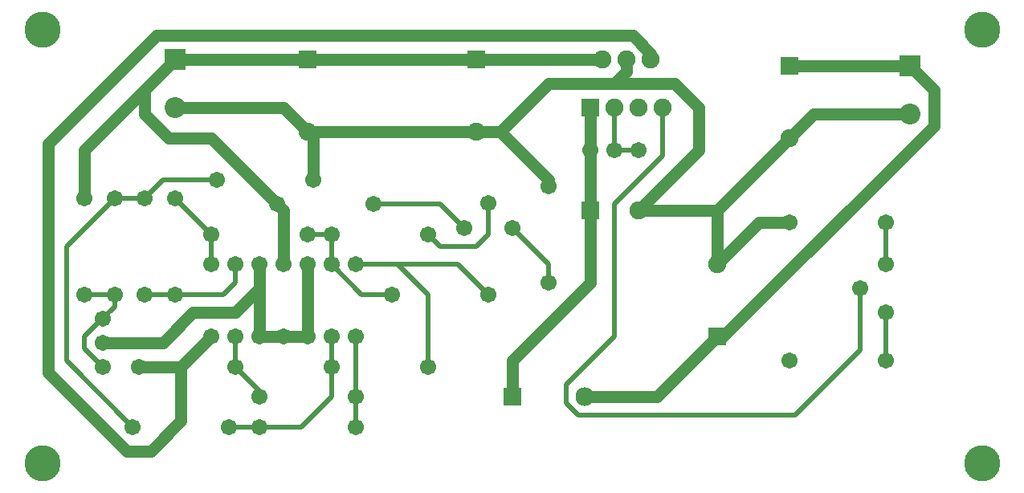
<source format=gbr>
G04 #@! TF.FileFunction,Copper,L2,Bot,Signal*
%FSLAX46Y46*%
G04 Gerber Fmt 4.6, Leading zero omitted, Abs format (unit mm)*
G04 Created by KiCad (PCBNEW 4.0.1-stable) date 12/26/16 04:16:57*
%MOMM*%
G01*
G04 APERTURE LIST*
%ADD10C,0.100000*%
%ADD11R,1.916000X1.916000*%
%ADD12C,1.916000*%
%ADD13C,1.716000*%
%ADD14R,1.962000X1.962000*%
%ADD15C,1.962000*%
%ADD16R,2.216000X2.216000*%
%ADD17C,2.216000*%
%ADD18C,3.800000*%
%ADD19C,1.270000*%
%ADD20C,0.508000*%
G04 APERTURE END LIST*
D10*
D11*
X147320000Y-104775000D03*
D12*
X147320000Y-112395000D03*
D11*
X129540000Y-104775000D03*
D12*
X129540000Y-112395000D03*
D13*
X159385000Y-114300000D03*
X161925000Y-114300000D03*
X164465000Y-114300000D03*
D11*
X172720000Y-133985000D03*
D12*
X172720000Y-126365000D03*
D11*
X180340000Y-105410000D03*
D12*
X180340000Y-113030000D03*
D11*
X159385000Y-120650000D03*
D12*
X164465000Y-120650000D03*
D14*
X151130000Y-140335000D03*
D15*
X158750000Y-140335000D03*
D13*
X146050000Y-122555000D03*
X148590000Y-119888000D03*
X151130000Y-122555000D03*
X190500000Y-131445000D03*
X187833000Y-128905000D03*
X190500000Y-126365000D03*
X126365000Y-120015000D03*
X136525000Y-120015000D03*
X154940000Y-118110000D03*
X154940000Y-128270000D03*
X180340000Y-136525000D03*
X190500000Y-136525000D03*
X190500000Y-121920000D03*
X180340000Y-121920000D03*
X106045000Y-129540000D03*
X106045000Y-119380000D03*
X109220000Y-119380000D03*
X109220000Y-129540000D03*
X130175000Y-117475000D03*
X120015000Y-117475000D03*
X112395000Y-119380000D03*
X112395000Y-129540000D03*
X115570000Y-129540000D03*
X115570000Y-119380000D03*
X142240000Y-123190000D03*
X132080000Y-123190000D03*
X119380000Y-123190000D03*
X129540000Y-123190000D03*
X138430000Y-129540000D03*
X148590000Y-129540000D03*
X142240000Y-137160000D03*
X132080000Y-137160000D03*
X111125000Y-143510000D03*
X121285000Y-143510000D03*
X124460000Y-143510000D03*
X134620000Y-143510000D03*
X134620000Y-140335000D03*
X124460000Y-140335000D03*
X121920000Y-137160000D03*
X111760000Y-137160000D03*
D16*
X115570000Y-104775000D03*
D17*
X115570000Y-109855000D03*
D16*
X193040000Y-105410000D03*
D17*
X193040000Y-110490000D03*
D12*
X161925000Y-109855000D03*
D11*
X159385000Y-109855000D03*
D12*
X164465000Y-109855000D03*
X167005000Y-109855000D03*
X165735000Y-104775000D03*
X163195000Y-104775000D03*
X160655000Y-104775000D03*
D13*
X107950000Y-134620000D03*
X107950000Y-132080000D03*
X107950000Y-137160000D03*
X134620000Y-126365000D03*
X132080000Y-126365000D03*
X129540000Y-126365000D03*
X127000000Y-126365000D03*
X124460000Y-126365000D03*
X121920000Y-126365000D03*
X119380000Y-126365000D03*
X119380000Y-133985000D03*
X121920000Y-133985000D03*
X124460000Y-133985000D03*
X127000000Y-133985000D03*
X129540000Y-133985000D03*
X132080000Y-133985000D03*
X134620000Y-133985000D03*
D18*
X200660000Y-101600000D03*
X101600000Y-101600000D03*
X101600000Y-147320000D03*
X200660000Y-147320000D03*
D19*
X126365000Y-120015000D02*
X123825000Y-117475000D01*
X129540000Y-104775000D02*
X132715000Y-104775000D01*
X106045000Y-119380000D02*
X106045000Y-114300000D01*
X106045000Y-114300000D02*
X112395000Y-107950000D01*
X127000000Y-126365000D02*
X127000000Y-120650000D01*
X127000000Y-120650000D02*
X123825000Y-117475000D01*
X123825000Y-117475000D02*
X120650000Y-114300000D01*
X120650000Y-114300000D02*
X119380000Y-113030000D01*
X112395000Y-107950000D02*
X115570000Y-104775000D01*
X112395000Y-110490000D02*
X112395000Y-107950000D01*
X114935000Y-113030000D02*
X112395000Y-110490000D01*
X119380000Y-113030000D02*
X114935000Y-113030000D01*
X127000000Y-120650000D02*
X119380000Y-113030000D01*
X115570000Y-104775000D02*
X129540000Y-104775000D01*
X132715000Y-104775000D02*
X147320000Y-104775000D01*
X147320000Y-104775000D02*
X160655000Y-104775000D01*
X180340000Y-121920000D02*
X177165000Y-121920000D01*
X177165000Y-121920000D02*
X172720000Y-126365000D01*
X164465000Y-120650000D02*
X172720000Y-120650000D01*
X172720000Y-126365000D02*
X172720000Y-120650000D01*
X172720000Y-120650000D02*
X180340000Y-113030000D01*
X193040000Y-110490000D02*
X182880000Y-110490000D01*
X182880000Y-110490000D02*
X180340000Y-113030000D01*
X164465000Y-120650000D02*
X170815000Y-114300000D01*
X168275000Y-107315000D02*
X161925000Y-107315000D01*
X170815000Y-109855000D02*
X168275000Y-107315000D01*
X170815000Y-114300000D02*
X170815000Y-109855000D01*
X130175000Y-117475000D02*
X130175000Y-113030000D01*
X130175000Y-113030000D02*
X129540000Y-112395000D01*
X107950000Y-134620000D02*
X114300000Y-134620000D01*
X121920000Y-131445000D02*
X124460000Y-128905000D01*
X117475000Y-131445000D02*
X121920000Y-131445000D01*
X114300000Y-134620000D02*
X117475000Y-131445000D01*
X147320000Y-112395000D02*
X149860000Y-112395000D01*
X154940000Y-118110000D02*
X154940000Y-117475000D01*
X154940000Y-117475000D02*
X153670000Y-116205000D01*
X154940000Y-117475000D02*
X153670000Y-116205000D01*
X153670000Y-116205000D02*
X149860000Y-112395000D01*
X129540000Y-126365000D02*
X129540000Y-133985000D01*
X129540000Y-133985000D02*
X127000000Y-133985000D01*
X127000000Y-133985000D02*
X124460000Y-133985000D01*
X124460000Y-133985000D02*
X124460000Y-128905000D01*
X124460000Y-128905000D02*
X124460000Y-126365000D01*
X115570000Y-109855000D02*
X127000000Y-109855000D01*
X127000000Y-109855000D02*
X129540000Y-112395000D01*
X129540000Y-112395000D02*
X149860000Y-112395000D01*
X154940000Y-107315000D02*
X161925000Y-107315000D01*
X149860000Y-112395000D02*
X154940000Y-107315000D01*
X161925000Y-107315000D02*
X163195000Y-106045000D01*
X163195000Y-106045000D02*
X163195000Y-104775000D01*
X151130000Y-140335000D02*
X151130000Y-136525000D01*
X159385000Y-128270000D02*
X159385000Y-120650000D01*
X151130000Y-136525000D02*
X159385000Y-128270000D01*
X159385000Y-109855000D02*
X159385000Y-114300000D01*
X159385000Y-114300000D02*
X159385000Y-120650000D01*
D20*
X164465000Y-114300000D02*
X161925000Y-114300000D01*
X161925000Y-114300000D02*
X161925000Y-109855000D01*
D19*
X158750000Y-140335000D02*
X166370000Y-140335000D01*
X166370000Y-140335000D02*
X172720000Y-133985000D01*
X172720000Y-133985000D02*
X173355000Y-133985000D01*
X173355000Y-133985000D02*
X195580000Y-111760000D01*
X195580000Y-111760000D02*
X195580000Y-107950000D01*
X195580000Y-107950000D02*
X193040000Y-105410000D01*
X180340000Y-105410000D02*
X193040000Y-105410000D01*
D20*
X136525000Y-120015000D02*
X143510000Y-120015000D01*
X143510000Y-120015000D02*
X146050000Y-122555000D01*
X148590000Y-119888000D02*
X148590000Y-123190000D01*
X143510000Y-124460000D02*
X142240000Y-123190000D01*
X147320000Y-124460000D02*
X143510000Y-124460000D01*
X148590000Y-123190000D02*
X147320000Y-124460000D01*
X154940000Y-128270000D02*
X154940000Y-126365000D01*
X154940000Y-126365000D02*
X151130000Y-122555000D01*
X190500000Y-131445000D02*
X190500000Y-136525000D01*
X167005000Y-109855000D02*
X167005000Y-114935000D01*
X187833000Y-135382000D02*
X187833000Y-128905000D01*
X180975000Y-142240000D02*
X187833000Y-135382000D01*
X158115000Y-142240000D02*
X180975000Y-142240000D01*
X156845000Y-140970000D02*
X158115000Y-142240000D01*
X156845000Y-139065000D02*
X156845000Y-140970000D01*
X161925000Y-133985000D02*
X156845000Y-139065000D01*
X161925000Y-120015000D02*
X161925000Y-133985000D01*
X167005000Y-114935000D02*
X161925000Y-120015000D01*
X190500000Y-126365000D02*
X190500000Y-121920000D01*
X107950000Y-132080000D02*
X107315000Y-132715000D01*
X107950000Y-137160000D02*
X106680000Y-135890000D01*
X106045000Y-129540000D02*
X109220000Y-129540000D01*
X106680000Y-135890000D02*
X106045000Y-135255000D01*
X109220000Y-130810000D02*
X109220000Y-129540000D01*
X106045000Y-133985000D02*
X107315000Y-132715000D01*
X107315000Y-132715000D02*
X109220000Y-130810000D01*
X106045000Y-135255000D02*
X106045000Y-133985000D01*
X111125000Y-143510000D02*
X104140000Y-136525000D01*
X104140000Y-124460000D02*
X109220000Y-119380000D01*
X104140000Y-136525000D02*
X104140000Y-124460000D01*
X120015000Y-117475000D02*
X114300000Y-117475000D01*
X114300000Y-117475000D02*
X112395000Y-119380000D01*
X109220000Y-119380000D02*
X112395000Y-119380000D01*
X112395000Y-129540000D02*
X115570000Y-129540000D01*
X115570000Y-129540000D02*
X120650000Y-129540000D01*
X120650000Y-129540000D02*
X121920000Y-128270000D01*
X121920000Y-128270000D02*
X121920000Y-126365000D01*
X115570000Y-119380000D02*
X119380000Y-123190000D01*
X119380000Y-123190000D02*
X119380000Y-126365000D01*
X138430000Y-129540000D02*
X135255000Y-129540000D01*
X135255000Y-129540000D02*
X132080000Y-126365000D01*
X129540000Y-123190000D02*
X132080000Y-123190000D01*
X132080000Y-123190000D02*
X132080000Y-126365000D01*
X142240000Y-137160000D02*
X142240000Y-129540000D01*
X142240000Y-129540000D02*
X139065000Y-126365000D01*
X134620000Y-126365000D02*
X139065000Y-126365000D01*
X139065000Y-126365000D02*
X145415000Y-126365000D01*
X145415000Y-126365000D02*
X148590000Y-129540000D01*
X124460000Y-143510000D02*
X121285000Y-143510000D01*
X124460000Y-143510000D02*
X128905000Y-143510000D01*
X132080000Y-140335000D02*
X132080000Y-137160000D01*
X128905000Y-143510000D02*
X132080000Y-140335000D01*
X132080000Y-137160000D02*
X132080000Y-133985000D01*
X134620000Y-133985000D02*
X134620000Y-140335000D01*
X134620000Y-140335000D02*
X134620000Y-143510000D01*
X124460000Y-140335000D02*
X124460000Y-139700000D01*
X124460000Y-139700000D02*
X121920000Y-137160000D01*
X121920000Y-137160000D02*
X121920000Y-133985000D01*
D19*
X165735000Y-104775000D02*
X165735000Y-104140000D01*
X165735000Y-104140000D02*
X163830000Y-102235000D01*
X163830000Y-102235000D02*
X113665000Y-102235000D01*
X113665000Y-102235000D02*
X102235000Y-113665000D01*
X102235000Y-113665000D02*
X102235000Y-137795000D01*
X102235000Y-137795000D02*
X110490000Y-146050000D01*
X110490000Y-146050000D02*
X113030000Y-146050000D01*
X113030000Y-146050000D02*
X116205000Y-142875000D01*
X116205000Y-142875000D02*
X116205000Y-137160000D01*
X111760000Y-137160000D02*
X116205000Y-137160000D01*
X116205000Y-137160000D02*
X119380000Y-133985000D01*
M02*

</source>
